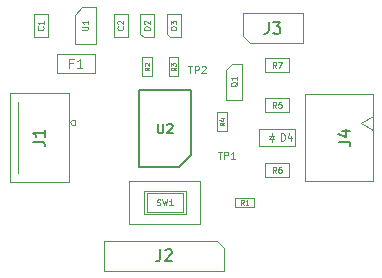
<source format=gbr>
G04 #@! TF.GenerationSoftware,KiCad,Pcbnew,(5.1.0-70-g46d257dc6)*
G04 #@! TF.CreationDate,2019-05-03T15:48:20+03:00*
G04 #@! TF.ProjectId,stm32_ds2480_emu,73746d33-325f-4647-9332-3438305f656d,rev?*
G04 #@! TF.SameCoordinates,Original*
G04 #@! TF.FileFunction,Other,Fab,Top*
%FSLAX46Y46*%
G04 Gerber Fmt 4.6, Leading zero omitted, Abs format (unit mm)*
G04 Created by KiCad (PCBNEW (5.1.0-70-g46d257dc6)) date 2019-05-03 15:48:20*
%MOMM*%
%LPD*%
G04 APERTURE LIST*
%ADD10C,0.100000*%
%ADD11C,0.150000*%
%ADD12C,0.120000*%
%ADD13C,0.080000*%
%ADD14C,0.075000*%
%ADD15C,0.060000*%
G04 APERTURE END LIST*
D10*
X114150000Y-76750000D02*
X114150000Y-74750000D01*
X115350000Y-76750000D02*
X114150000Y-76750000D01*
X115350000Y-74750000D02*
X115350000Y-76750000D01*
X114150000Y-74750000D02*
X115350000Y-74750000D01*
X120900000Y-76750000D02*
X120900000Y-74750000D01*
X122100000Y-76750000D02*
X120900000Y-76750000D01*
X122100000Y-74750000D02*
X122100000Y-76750000D01*
X120900000Y-74750000D02*
X122100000Y-74750000D01*
X124350000Y-74750000D02*
X123150000Y-74750000D01*
X124350000Y-76750000D02*
X124350000Y-74750000D01*
X123450000Y-76750000D02*
X124350000Y-76750000D01*
X123150000Y-76450000D02*
X123450000Y-76750000D01*
X123150000Y-74750000D02*
X123150000Y-76450000D01*
X126600000Y-74750000D02*
X125400000Y-74750000D01*
X126600000Y-76750000D02*
X126600000Y-74750000D01*
X125700000Y-76750000D02*
X126600000Y-76750000D01*
X125400000Y-76450000D02*
X125700000Y-76750000D01*
X125400000Y-74750000D02*
X125400000Y-76450000D01*
X133230000Y-85950000D02*
X136270000Y-85950000D01*
X133230000Y-85950000D02*
X133230000Y-84550000D01*
X136270000Y-85950000D02*
X136270000Y-84550000D01*
X133230000Y-84550000D02*
X136270000Y-84550000D01*
X134100000Y-85100000D02*
X134500000Y-85100000D01*
X134300000Y-85100000D02*
X134300000Y-84850000D01*
X134300000Y-85100000D02*
X134100000Y-85400000D01*
X134100000Y-85400000D02*
X134500000Y-85400000D01*
X134500000Y-85400000D02*
X134300000Y-85100000D01*
X134300000Y-85400000D02*
X134300000Y-85650000D01*
X119300000Y-79800000D02*
X116100000Y-79800000D01*
X119300000Y-78200000D02*
X119300000Y-79800000D01*
X116100000Y-78200000D02*
X119300000Y-78200000D01*
X116100000Y-79800000D02*
X116100000Y-78200000D01*
X112112500Y-89000000D02*
X117112500Y-89000000D01*
X112810796Y-82250000D02*
X112810796Y-88250000D01*
X112110796Y-81500000D02*
X112110796Y-89000000D01*
X117112500Y-81500000D02*
X117112500Y-89000000D01*
X112112500Y-81500000D02*
X117112500Y-81500000D01*
X117212500Y-83950000D02*
X117412500Y-83750000D01*
X117412500Y-84150000D02*
X117212500Y-83950000D01*
X117622500Y-83750000D02*
X117622500Y-84150000D01*
X117622500Y-83750000D02*
X117412500Y-83750000D01*
X117622500Y-84150000D02*
X117412500Y-84150000D01*
X129635000Y-93980000D02*
X130270000Y-94615000D01*
X120110000Y-93980000D02*
X129635000Y-93980000D01*
X120110000Y-96520000D02*
X120110000Y-93980000D01*
X130270000Y-96520000D02*
X120110000Y-96520000D01*
X130270000Y-94615000D02*
X130270000Y-96520000D01*
X132465000Y-77270000D02*
X131830000Y-76635000D01*
X136910000Y-77270000D02*
X132465000Y-77270000D01*
X136910000Y-74730000D02*
X136910000Y-77270000D01*
X131830000Y-74730000D02*
X136910000Y-74730000D01*
X131830000Y-76635000D02*
X131830000Y-74730000D01*
X130400000Y-82020000D02*
X131800000Y-82020000D01*
X131800000Y-78980000D02*
X131800000Y-82020000D01*
X130400000Y-79550000D02*
X130950000Y-78980000D01*
X130950000Y-78980000D02*
X131800000Y-78980000D01*
X130400000Y-79550000D02*
X130400000Y-82000000D01*
X132800000Y-91150000D02*
X131200000Y-91150000D01*
X132800000Y-90350000D02*
X132800000Y-91150000D01*
X131200000Y-90350000D02*
X132800000Y-90350000D01*
X131200000Y-91150000D02*
X131200000Y-90350000D01*
X123350000Y-80050000D02*
X123350000Y-78450000D01*
X124150000Y-80050000D02*
X123350000Y-80050000D01*
X124150000Y-78450000D02*
X124150000Y-80050000D01*
X123350000Y-78450000D02*
X124150000Y-78450000D01*
X125600000Y-80050000D02*
X125600000Y-78450000D01*
X126400000Y-80050000D02*
X125600000Y-80050000D01*
X126400000Y-78450000D02*
X126400000Y-80050000D01*
X125600000Y-78450000D02*
X126400000Y-78450000D01*
X130500000Y-83100000D02*
X130500000Y-84700000D01*
X129700000Y-83100000D02*
X130500000Y-83100000D01*
X129700000Y-84700000D02*
X129700000Y-83100000D01*
X130500000Y-84700000D02*
X129700000Y-84700000D01*
X122250000Y-92550000D02*
X122250000Y-88950000D01*
X128250000Y-92550000D02*
X128250000Y-88950000D01*
X128250000Y-92550000D02*
X122250000Y-92550000D01*
X128250000Y-88950000D02*
X122250000Y-88950000D01*
X126750000Y-91550000D02*
X126750000Y-89950000D01*
X123750000Y-91550000D02*
X123750000Y-89950000D01*
X126750000Y-91550000D02*
X123750000Y-91550000D01*
X126750000Y-89950000D02*
X123750000Y-89950000D01*
X127000000Y-89750000D02*
X127000000Y-91750000D01*
X123500000Y-89750000D02*
X127000000Y-89750000D01*
X123500000Y-91750000D02*
X123500000Y-89750000D01*
X127000000Y-91750000D02*
X123500000Y-91750000D01*
X119400000Y-74200000D02*
X119400000Y-77300000D01*
X119400000Y-77300000D02*
X117600000Y-77300000D01*
X117600000Y-74850000D02*
X117600000Y-77300000D01*
X119400000Y-74200000D02*
X118250000Y-74200000D01*
X117600000Y-74850000D02*
X118250000Y-74200000D01*
D11*
X127450000Y-86750000D02*
X126450000Y-87750000D01*
X127450000Y-81250000D02*
X127450000Y-86750000D01*
X123050000Y-81250000D02*
X127450000Y-81250000D01*
X123050000Y-87750000D02*
X123050000Y-81250000D01*
X126450000Y-87750000D02*
X123050000Y-87750000D01*
D10*
X141850000Y-84000000D02*
X142850000Y-84625000D01*
X142850000Y-83375000D02*
X141850000Y-84000000D01*
X142850000Y-88950000D02*
X142850000Y-81550000D01*
X137100000Y-88950000D02*
X142850000Y-88950000D01*
X137100000Y-81550000D02*
X137100000Y-88950000D01*
X142850000Y-81550000D02*
X137100000Y-81550000D01*
X133750000Y-81900000D02*
X135750000Y-81900000D01*
X133750000Y-83100000D02*
X133750000Y-81900000D01*
X135750000Y-83100000D02*
X133750000Y-83100000D01*
X135750000Y-81900000D02*
X135750000Y-83100000D01*
X135750000Y-87400000D02*
X135750000Y-88600000D01*
X135750000Y-88600000D02*
X133750000Y-88600000D01*
X133750000Y-88600000D02*
X133750000Y-87400000D01*
X133750000Y-87400000D02*
X135750000Y-87400000D01*
X135750000Y-78500000D02*
X135750000Y-79700000D01*
X135750000Y-79700000D02*
X133750000Y-79700000D01*
X133750000Y-79700000D02*
X133750000Y-78500000D01*
X133750000Y-78500000D02*
X135750000Y-78500000D01*
D12*
X127242857Y-79171428D02*
X127585714Y-79171428D01*
X127414285Y-79771428D02*
X127414285Y-79171428D01*
X127785714Y-79771428D02*
X127785714Y-79171428D01*
X128014285Y-79171428D01*
X128071428Y-79200000D01*
X128100000Y-79228571D01*
X128128571Y-79285714D01*
X128128571Y-79371428D01*
X128100000Y-79428571D01*
X128071428Y-79457142D01*
X128014285Y-79485714D01*
X127785714Y-79485714D01*
X128357142Y-79228571D02*
X128385714Y-79200000D01*
X128442857Y-79171428D01*
X128585714Y-79171428D01*
X128642857Y-79200000D01*
X128671428Y-79228571D01*
X128700000Y-79285714D01*
X128700000Y-79342857D01*
X128671428Y-79428571D01*
X128328571Y-79771428D01*
X128700000Y-79771428D01*
X129742857Y-86421428D02*
X130085714Y-86421428D01*
X129914285Y-87021428D02*
X129914285Y-86421428D01*
X130285714Y-87021428D02*
X130285714Y-86421428D01*
X130514285Y-86421428D01*
X130571428Y-86450000D01*
X130600000Y-86478571D01*
X130628571Y-86535714D01*
X130628571Y-86621428D01*
X130600000Y-86678571D01*
X130571428Y-86707142D01*
X130514285Y-86735714D01*
X130285714Y-86735714D01*
X131200000Y-87021428D02*
X130857142Y-87021428D01*
X131028571Y-87021428D02*
X131028571Y-86421428D01*
X130971428Y-86507142D01*
X130914285Y-86564285D01*
X130857142Y-86592857D01*
D13*
X114928571Y-75833333D02*
X114952380Y-75857142D01*
X114976190Y-75928571D01*
X114976190Y-75976190D01*
X114952380Y-76047619D01*
X114904761Y-76095238D01*
X114857142Y-76119047D01*
X114761904Y-76142857D01*
X114690476Y-76142857D01*
X114595238Y-76119047D01*
X114547619Y-76095238D01*
X114500000Y-76047619D01*
X114476190Y-75976190D01*
X114476190Y-75928571D01*
X114500000Y-75857142D01*
X114523809Y-75833333D01*
X114976190Y-75357142D02*
X114976190Y-75642857D01*
X114976190Y-75500000D02*
X114476190Y-75500000D01*
X114547619Y-75547619D01*
X114595238Y-75595238D01*
X114619047Y-75642857D01*
X121678571Y-75833333D02*
X121702380Y-75857142D01*
X121726190Y-75928571D01*
X121726190Y-75976190D01*
X121702380Y-76047619D01*
X121654761Y-76095238D01*
X121607142Y-76119047D01*
X121511904Y-76142857D01*
X121440476Y-76142857D01*
X121345238Y-76119047D01*
X121297619Y-76095238D01*
X121250000Y-76047619D01*
X121226190Y-75976190D01*
X121226190Y-75928571D01*
X121250000Y-75857142D01*
X121273809Y-75833333D01*
X121273809Y-75642857D02*
X121250000Y-75619047D01*
X121226190Y-75571428D01*
X121226190Y-75452380D01*
X121250000Y-75404761D01*
X121273809Y-75380952D01*
X121321428Y-75357142D01*
X121369047Y-75357142D01*
X121440476Y-75380952D01*
X121726190Y-75666666D01*
X121726190Y-75357142D01*
X123976190Y-76119047D02*
X123476190Y-76119047D01*
X123476190Y-76000000D01*
X123500000Y-75928571D01*
X123547619Y-75880952D01*
X123595238Y-75857142D01*
X123690476Y-75833333D01*
X123761904Y-75833333D01*
X123857142Y-75857142D01*
X123904761Y-75880952D01*
X123952380Y-75928571D01*
X123976190Y-76000000D01*
X123976190Y-76119047D01*
X123523809Y-75642857D02*
X123500000Y-75619047D01*
X123476190Y-75571428D01*
X123476190Y-75452380D01*
X123500000Y-75404761D01*
X123523809Y-75380952D01*
X123571428Y-75357142D01*
X123619047Y-75357142D01*
X123690476Y-75380952D01*
X123976190Y-75666666D01*
X123976190Y-75357142D01*
X126226190Y-76119047D02*
X125726190Y-76119047D01*
X125726190Y-76000000D01*
X125750000Y-75928571D01*
X125797619Y-75880952D01*
X125845238Y-75857142D01*
X125940476Y-75833333D01*
X126011904Y-75833333D01*
X126107142Y-75857142D01*
X126154761Y-75880952D01*
X126202380Y-75928571D01*
X126226190Y-76000000D01*
X126226190Y-76119047D01*
X125726190Y-75666666D02*
X125726190Y-75357142D01*
X125916666Y-75523809D01*
X125916666Y-75452380D01*
X125940476Y-75404761D01*
X125964285Y-75380952D01*
X126011904Y-75357142D01*
X126130952Y-75357142D01*
X126178571Y-75380952D01*
X126202380Y-75404761D01*
X126226190Y-75452380D01*
X126226190Y-75595238D01*
X126202380Y-75642857D01*
X126178571Y-75666666D01*
D12*
X135082141Y-85496429D02*
X135082141Y-84896429D01*
X135224999Y-84896429D01*
X135310713Y-84925001D01*
X135367856Y-84982143D01*
X135396427Y-85039286D01*
X135424999Y-85153572D01*
X135424999Y-85239286D01*
X135396427Y-85353572D01*
X135367856Y-85410715D01*
X135310713Y-85467858D01*
X135224999Y-85496429D01*
X135082141Y-85496429D01*
X135939284Y-85096429D02*
X135939284Y-85496429D01*
X135796427Y-84867858D02*
X135653570Y-85296429D01*
X136024999Y-85296429D01*
X117433333Y-78942857D02*
X117166666Y-78942857D01*
X117166666Y-79361904D02*
X117166666Y-78561904D01*
X117547619Y-78561904D01*
X118271428Y-79361904D02*
X117814285Y-79361904D01*
X118042857Y-79361904D02*
X118042857Y-78561904D01*
X117966666Y-78676190D01*
X117890476Y-78752380D01*
X117814285Y-78790476D01*
D11*
X114064880Y-85583333D02*
X114779166Y-85583333D01*
X114922023Y-85630952D01*
X115017261Y-85726190D01*
X115064880Y-85869047D01*
X115064880Y-85964285D01*
X115064880Y-84583333D02*
X115064880Y-85154761D01*
X115064880Y-84869047D02*
X114064880Y-84869047D01*
X114207738Y-84964285D01*
X114302976Y-85059523D01*
X114350595Y-85154761D01*
X124856666Y-94702380D02*
X124856666Y-95416666D01*
X124809047Y-95559523D01*
X124713809Y-95654761D01*
X124570952Y-95702380D01*
X124475714Y-95702380D01*
X125285238Y-94797619D02*
X125332857Y-94750000D01*
X125428095Y-94702380D01*
X125666190Y-94702380D01*
X125761428Y-94750000D01*
X125809047Y-94797619D01*
X125856666Y-94892857D01*
X125856666Y-94988095D01*
X125809047Y-95130952D01*
X125237619Y-95702380D01*
X125856666Y-95702380D01*
X134036666Y-75452380D02*
X134036666Y-76166666D01*
X133989047Y-76309523D01*
X133893809Y-76404761D01*
X133750952Y-76452380D01*
X133655714Y-76452380D01*
X134417619Y-75452380D02*
X135036666Y-75452380D01*
X134703333Y-75833333D01*
X134846190Y-75833333D01*
X134941428Y-75880952D01*
X134989047Y-75928571D01*
X135036666Y-76023809D01*
X135036666Y-76261904D01*
X134989047Y-76357142D01*
X134941428Y-76404761D01*
X134846190Y-76452380D01*
X134560476Y-76452380D01*
X134465238Y-76404761D01*
X134417619Y-76357142D01*
D14*
X131373809Y-80547619D02*
X131350000Y-80595238D01*
X131302380Y-80642857D01*
X131230952Y-80714285D01*
X131207142Y-80761904D01*
X131207142Y-80809523D01*
X131326190Y-80785714D02*
X131302380Y-80833333D01*
X131254761Y-80880952D01*
X131159523Y-80904761D01*
X130992857Y-80904761D01*
X130897619Y-80880952D01*
X130850000Y-80833333D01*
X130826190Y-80785714D01*
X130826190Y-80690476D01*
X130850000Y-80642857D01*
X130897619Y-80595238D01*
X130992857Y-80571428D01*
X131159523Y-80571428D01*
X131254761Y-80595238D01*
X131302380Y-80642857D01*
X131326190Y-80690476D01*
X131326190Y-80785714D01*
X131326190Y-80095238D02*
X131326190Y-80380952D01*
X131326190Y-80238095D02*
X130826190Y-80238095D01*
X130897619Y-80285714D01*
X130945238Y-80333333D01*
X130969047Y-80380952D01*
D15*
X131933333Y-90930952D02*
X131800000Y-90740476D01*
X131704761Y-90930952D02*
X131704761Y-90530952D01*
X131857142Y-90530952D01*
X131895238Y-90550000D01*
X131914285Y-90569047D01*
X131933333Y-90607142D01*
X131933333Y-90664285D01*
X131914285Y-90702380D01*
X131895238Y-90721428D01*
X131857142Y-90740476D01*
X131704761Y-90740476D01*
X132314285Y-90930952D02*
X132085714Y-90930952D01*
X132200000Y-90930952D02*
X132200000Y-90530952D01*
X132161904Y-90588095D01*
X132123809Y-90626190D01*
X132085714Y-90645238D01*
X123930952Y-79316666D02*
X123740476Y-79450000D01*
X123930952Y-79545238D02*
X123530952Y-79545238D01*
X123530952Y-79392857D01*
X123550000Y-79354761D01*
X123569047Y-79335714D01*
X123607142Y-79316666D01*
X123664285Y-79316666D01*
X123702380Y-79335714D01*
X123721428Y-79354761D01*
X123740476Y-79392857D01*
X123740476Y-79545238D01*
X123569047Y-79164285D02*
X123550000Y-79145238D01*
X123530952Y-79107142D01*
X123530952Y-79011904D01*
X123550000Y-78973809D01*
X123569047Y-78954761D01*
X123607142Y-78935714D01*
X123645238Y-78935714D01*
X123702380Y-78954761D01*
X123930952Y-79183333D01*
X123930952Y-78935714D01*
X126180952Y-79316666D02*
X125990476Y-79450000D01*
X126180952Y-79545238D02*
X125780952Y-79545238D01*
X125780952Y-79392857D01*
X125800000Y-79354761D01*
X125819047Y-79335714D01*
X125857142Y-79316666D01*
X125914285Y-79316666D01*
X125952380Y-79335714D01*
X125971428Y-79354761D01*
X125990476Y-79392857D01*
X125990476Y-79545238D01*
X125780952Y-79183333D02*
X125780952Y-78935714D01*
X125933333Y-79069047D01*
X125933333Y-79011904D01*
X125952380Y-78973809D01*
X125971428Y-78954761D01*
X126009523Y-78935714D01*
X126104761Y-78935714D01*
X126142857Y-78954761D01*
X126161904Y-78973809D01*
X126180952Y-79011904D01*
X126180952Y-79126190D01*
X126161904Y-79164285D01*
X126142857Y-79183333D01*
X130280952Y-83966666D02*
X130090476Y-84100000D01*
X130280952Y-84195238D02*
X129880952Y-84195238D01*
X129880952Y-84042857D01*
X129900000Y-84004761D01*
X129919047Y-83985714D01*
X129957142Y-83966666D01*
X130014285Y-83966666D01*
X130052380Y-83985714D01*
X130071428Y-84004761D01*
X130090476Y-84042857D01*
X130090476Y-84195238D01*
X130014285Y-83623809D02*
X130280952Y-83623809D01*
X129861904Y-83719047D02*
X130147619Y-83814285D01*
X130147619Y-83566666D01*
D13*
X124583333Y-90952380D02*
X124654761Y-90976190D01*
X124773809Y-90976190D01*
X124821428Y-90952380D01*
X124845238Y-90928571D01*
X124869047Y-90880952D01*
X124869047Y-90833333D01*
X124845238Y-90785714D01*
X124821428Y-90761904D01*
X124773809Y-90738095D01*
X124678571Y-90714285D01*
X124630952Y-90690476D01*
X124607142Y-90666666D01*
X124583333Y-90619047D01*
X124583333Y-90571428D01*
X124607142Y-90523809D01*
X124630952Y-90500000D01*
X124678571Y-90476190D01*
X124797619Y-90476190D01*
X124869047Y-90500000D01*
X125035714Y-90476190D02*
X125154761Y-90976190D01*
X125250000Y-90619047D01*
X125345238Y-90976190D01*
X125464285Y-90476190D01*
X125916666Y-90976190D02*
X125630952Y-90976190D01*
X125773809Y-90976190D02*
X125773809Y-90476190D01*
X125726190Y-90547619D01*
X125678571Y-90595238D01*
X125630952Y-90619047D01*
D14*
X118226190Y-76130952D02*
X118630952Y-76130952D01*
X118678571Y-76107142D01*
X118702380Y-76083333D01*
X118726190Y-76035714D01*
X118726190Y-75940476D01*
X118702380Y-75892857D01*
X118678571Y-75869047D01*
X118630952Y-75845238D01*
X118226190Y-75845238D01*
X118726190Y-75345238D02*
X118726190Y-75630952D01*
X118726190Y-75488095D02*
X118226190Y-75488095D01*
X118297619Y-75535714D01*
X118345238Y-75583333D01*
X118369047Y-75630952D01*
D11*
X124640476Y-84061904D02*
X124640476Y-84709523D01*
X124678571Y-84785714D01*
X124716666Y-84823809D01*
X124792857Y-84861904D01*
X124945238Y-84861904D01*
X125021428Y-84823809D01*
X125059523Y-84785714D01*
X125097619Y-84709523D01*
X125097619Y-84061904D01*
X125440476Y-84138095D02*
X125478571Y-84100000D01*
X125554761Y-84061904D01*
X125745238Y-84061904D01*
X125821428Y-84100000D01*
X125859523Y-84138095D01*
X125897619Y-84214285D01*
X125897619Y-84290476D01*
X125859523Y-84404761D01*
X125402380Y-84861904D01*
X125897619Y-84861904D01*
X139952380Y-85583333D02*
X140666666Y-85583333D01*
X140809523Y-85630952D01*
X140904761Y-85726190D01*
X140952380Y-85869047D01*
X140952380Y-85964285D01*
X140285714Y-84678571D02*
X140952380Y-84678571D01*
X139904761Y-84916666D02*
X140619047Y-85154761D01*
X140619047Y-84535714D01*
D13*
X134666666Y-82726190D02*
X134500000Y-82488095D01*
X134380952Y-82726190D02*
X134380952Y-82226190D01*
X134571428Y-82226190D01*
X134619047Y-82250000D01*
X134642857Y-82273809D01*
X134666666Y-82321428D01*
X134666666Y-82392857D01*
X134642857Y-82440476D01*
X134619047Y-82464285D01*
X134571428Y-82488095D01*
X134380952Y-82488095D01*
X135119047Y-82226190D02*
X134880952Y-82226190D01*
X134857142Y-82464285D01*
X134880952Y-82440476D01*
X134928571Y-82416666D01*
X135047619Y-82416666D01*
X135095238Y-82440476D01*
X135119047Y-82464285D01*
X135142857Y-82511904D01*
X135142857Y-82630952D01*
X135119047Y-82678571D01*
X135095238Y-82702380D01*
X135047619Y-82726190D01*
X134928571Y-82726190D01*
X134880952Y-82702380D01*
X134857142Y-82678571D01*
X134666666Y-88226190D02*
X134500000Y-87988095D01*
X134380952Y-88226190D02*
X134380952Y-87726190D01*
X134571428Y-87726190D01*
X134619047Y-87750000D01*
X134642857Y-87773809D01*
X134666666Y-87821428D01*
X134666666Y-87892857D01*
X134642857Y-87940476D01*
X134619047Y-87964285D01*
X134571428Y-87988095D01*
X134380952Y-87988095D01*
X135095238Y-87726190D02*
X135000000Y-87726190D01*
X134952380Y-87750000D01*
X134928571Y-87773809D01*
X134880952Y-87845238D01*
X134857142Y-87940476D01*
X134857142Y-88130952D01*
X134880952Y-88178571D01*
X134904761Y-88202380D01*
X134952380Y-88226190D01*
X135047619Y-88226190D01*
X135095238Y-88202380D01*
X135119047Y-88178571D01*
X135142857Y-88130952D01*
X135142857Y-88011904D01*
X135119047Y-87964285D01*
X135095238Y-87940476D01*
X135047619Y-87916666D01*
X134952380Y-87916666D01*
X134904761Y-87940476D01*
X134880952Y-87964285D01*
X134857142Y-88011904D01*
X134666666Y-79326190D02*
X134500000Y-79088095D01*
X134380952Y-79326190D02*
X134380952Y-78826190D01*
X134571428Y-78826190D01*
X134619047Y-78850000D01*
X134642857Y-78873809D01*
X134666666Y-78921428D01*
X134666666Y-78992857D01*
X134642857Y-79040476D01*
X134619047Y-79064285D01*
X134571428Y-79088095D01*
X134380952Y-79088095D01*
X134833333Y-78826190D02*
X135166666Y-78826190D01*
X134952380Y-79326190D01*
M02*

</source>
